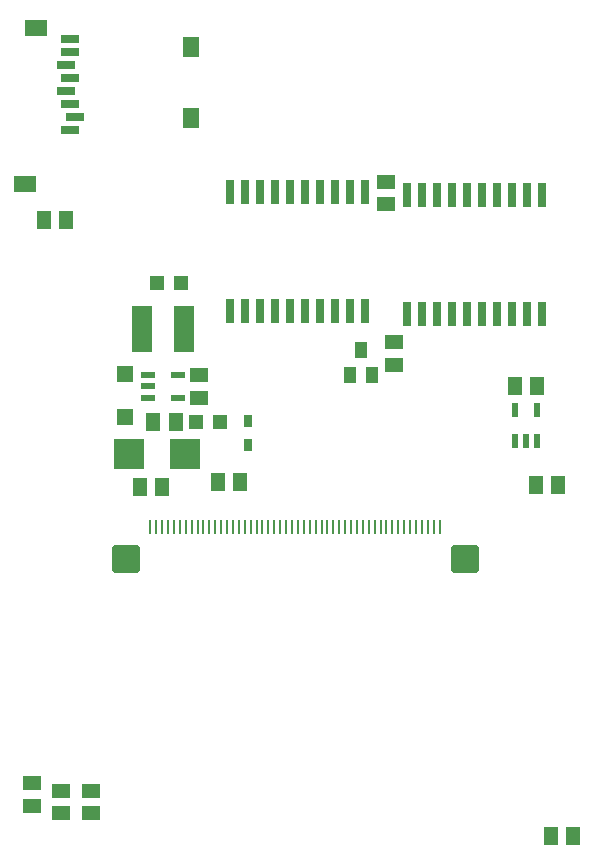
<source format=gbr>
G04 EAGLE Gerber RS-274X export*
G75*
%MOMM*%
%FSLAX34Y34*%
%LPD*%
%INSolderpaste Top*%
%IPPOS*%
%AMOC8*
5,1,8,0,0,1.08239X$1,22.5*%
G01*
%ADD10R,0.660400X2.032000*%
%ADD11R,0.550000X1.200000*%
%ADD12R,1.300000X1.500000*%
%ADD13R,1.900000X1.400000*%
%ADD14R,1.400000X1.800000*%
%ADD15R,1.500000X0.700000*%
%ADD16R,1.000000X1.400000*%
%ADD17R,1.500000X1.300000*%
%ADD18R,0.275000X1.200000*%
%ADD19C,0.600000*%
%ADD20R,1.200000X0.550000*%
%ADD21R,1.200000X1.300000*%
%ADD22R,1.800000X4.000000*%
%ADD23R,1.400000X1.400000*%
%ADD24R,2.540000X2.540000*%
%ADD25R,0.800000X1.000000*%


D10*
X59690Y235712D03*
X46990Y235712D03*
X34290Y235712D03*
X21590Y235712D03*
X8890Y235712D03*
X-3810Y235712D03*
X-16510Y235712D03*
X-29210Y235712D03*
X-29210Y135128D03*
X-16510Y135128D03*
X-3810Y135128D03*
X8890Y135128D03*
X21590Y135128D03*
X34290Y135128D03*
X46990Y135128D03*
X59690Y135128D03*
X-41910Y235712D03*
X-54610Y235712D03*
X-41910Y135128D03*
X-54610Y135128D03*
X209550Y233172D03*
X196850Y233172D03*
X184150Y233172D03*
X171450Y233172D03*
X158750Y233172D03*
X146050Y233172D03*
X133350Y233172D03*
X120650Y233172D03*
X120650Y132588D03*
X133350Y132588D03*
X146050Y132588D03*
X158750Y132588D03*
X171450Y132588D03*
X184150Y132588D03*
X196850Y132588D03*
X209550Y132588D03*
X107950Y233172D03*
X95250Y233172D03*
X107950Y132588D03*
X95250Y132588D03*
D11*
X186080Y25100D03*
X195580Y25100D03*
X205080Y25100D03*
X205080Y51100D03*
X186080Y51100D03*
D12*
X186080Y71120D03*
X205080Y71120D03*
X-46380Y-10160D03*
X-65380Y-10160D03*
X-212700Y212090D03*
X-193700Y212090D03*
X222860Y-12700D03*
X203860Y-12700D03*
D13*
X-219220Y374460D03*
X-228220Y242460D03*
D14*
X-88220Y358460D03*
X-88220Y298460D03*
D15*
X-190220Y365460D03*
X-190220Y354460D03*
X-194220Y343460D03*
X-190220Y332460D03*
X-194220Y321460D03*
X-190220Y310460D03*
X-186220Y299460D03*
X-190220Y288460D03*
D12*
X216560Y-309880D03*
X235560Y-309880D03*
D16*
X55880Y102440D03*
X65380Y80440D03*
X46380Y80440D03*
D17*
X83820Y89560D03*
X83820Y108560D03*
X-222250Y-283820D03*
X-222250Y-264820D03*
X-198120Y-290170D03*
X-198120Y-271170D03*
X-172720Y-271170D03*
X-172720Y-290170D03*
X77470Y244450D03*
X77470Y225450D03*
D18*
X-122500Y-47600D03*
X-117500Y-47600D03*
X-112500Y-47600D03*
X-107500Y-47600D03*
X-102500Y-47600D03*
X-97500Y-47600D03*
X-92500Y-47600D03*
X-87500Y-47600D03*
X-82500Y-47600D03*
X-77500Y-47600D03*
X-72500Y-47600D03*
X-67500Y-47600D03*
X-62500Y-47600D03*
X-57500Y-47600D03*
X-52500Y-47600D03*
X-47500Y-47600D03*
X-42500Y-47600D03*
X-37500Y-47600D03*
X-32500Y-47600D03*
X-27500Y-47600D03*
X-22500Y-47600D03*
X-17500Y-47600D03*
X-12500Y-47600D03*
X-7500Y-47600D03*
X-2500Y-47600D03*
X2500Y-47600D03*
X7500Y-47600D03*
X12500Y-47600D03*
X17500Y-47600D03*
X22500Y-47600D03*
X27500Y-47600D03*
X32500Y-47600D03*
X37500Y-47600D03*
X42500Y-47600D03*
X47500Y-47600D03*
X52500Y-47600D03*
X57500Y-47600D03*
X62500Y-47600D03*
X67500Y-47600D03*
X72500Y-47600D03*
X77500Y-47600D03*
X82500Y-47600D03*
X87500Y-47600D03*
X92500Y-47600D03*
X97500Y-47600D03*
X102500Y-47600D03*
X107500Y-47600D03*
X112500Y-47600D03*
X117500Y-47600D03*
X122500Y-47600D03*
D19*
X-134500Y-83600D02*
X-152500Y-83600D01*
X-152500Y-65600D01*
X-134500Y-65600D01*
X-134500Y-83600D01*
X-134500Y-77900D02*
X-152500Y-77900D01*
X-152500Y-72200D02*
X-134500Y-72200D01*
X-134500Y-66500D02*
X-152500Y-66500D01*
X134500Y-83600D02*
X152500Y-83600D01*
X134500Y-83600D02*
X134500Y-65600D01*
X152500Y-65600D01*
X152500Y-83600D01*
X152500Y-77900D02*
X134500Y-77900D01*
X134500Y-72200D02*
X152500Y-72200D01*
X152500Y-66500D02*
X134500Y-66500D01*
D20*
X-124761Y80620D03*
X-124761Y71120D03*
X-124761Y61620D03*
X-98759Y61620D03*
X-98759Y80620D03*
D21*
X-96520Y158750D03*
X-116840Y158750D03*
D22*
X-93760Y119380D03*
X-129760Y119380D03*
D23*
X-143510Y45000D03*
X-143510Y82000D03*
D21*
X-63500Y40640D03*
X-83820Y40640D03*
D12*
X-100990Y40640D03*
X-119990Y40640D03*
D17*
X-81280Y61620D03*
X-81280Y80620D03*
D24*
X-140335Y13970D03*
X-93345Y13970D03*
D12*
X-131420Y-13970D03*
X-112420Y-13970D03*
D25*
X-39370Y41750D03*
X-39370Y21750D03*
M02*

</source>
